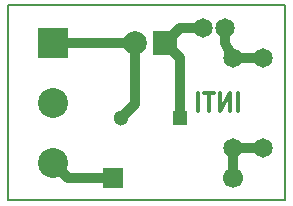
<source format=gbr>
G04 #@! TF.FileFunction,Copper,L2,Bot,Signal*
%FSLAX46Y46*%
G04 Gerber Fmt 4.6, Leading zero omitted, Abs format (unit mm)*
G04 Created by KiCad (PCBNEW 4.0.0-rc1-stable) date 11/30/2015 5:11:31 PM*
%MOMM*%
G01*
G04 APERTURE LIST*
%ADD10C,0.100000*%
%ADD11C,0.150000*%
%ADD12C,0.300000*%
%ADD13R,1.300000X1.300000*%
%ADD14C,1.300000*%
%ADD15R,2.000000X2.000000*%
%ADD16C,2.000000*%
%ADD17C,1.699260*%
%ADD18R,1.699260X1.699260*%
%ADD19R,2.540000X2.540000*%
%ADD20C,2.540000*%
%ADD21C,1.651000*%
%ADD22C,0.812800*%
G04 APERTURE END LIST*
D10*
D11*
X157480000Y-103505000D02*
X154305000Y-103505000D01*
X154305000Y-120015000D02*
X157480000Y-120015000D01*
D12*
X153479286Y-112438571D02*
X153479286Y-110938571D01*
X152765000Y-112438571D02*
X152765000Y-110938571D01*
X151907857Y-112438571D01*
X151907857Y-110938571D01*
X151407857Y-110938571D02*
X150550714Y-110938571D01*
X150979285Y-112438571D02*
X150979285Y-110938571D01*
X150050714Y-112438571D02*
X150050714Y-110938571D01*
D11*
X133985000Y-120015000D02*
X133985000Y-103505000D01*
X154305000Y-120015000D02*
X133985000Y-120015000D01*
X157480000Y-103505000D02*
X157480000Y-120015000D01*
X133985000Y-103505000D02*
X154305000Y-103505000D01*
D13*
X148590000Y-113030000D03*
D14*
X143590000Y-113030000D03*
D15*
X147320000Y-106680000D03*
D16*
X144780000Y-106680000D03*
D17*
X153035520Y-118107460D03*
D18*
X142875520Y-118107460D03*
D19*
X137795000Y-106680000D03*
D20*
X137795000Y-111760000D03*
X137795000Y-116840000D03*
D21*
X153035000Y-107950000D03*
X153035000Y-115570000D03*
X155575000Y-107950000D03*
X155575000Y-115570000D03*
X152400000Y-105410000D03*
X150495000Y-105410000D03*
D22*
X153035000Y-107950000D02*
X155575000Y-107950000D01*
X147320000Y-106680000D02*
X148590000Y-105410000D01*
X152400000Y-105410000D02*
X152400000Y-106680000D01*
X152400000Y-106680000D02*
X153035000Y-107950000D01*
X148590000Y-105410000D02*
X150495000Y-105410000D01*
X147320000Y-106680000D02*
X148590000Y-107950000D01*
X148590000Y-107950000D02*
X148590000Y-113030000D01*
X137795000Y-106680000D02*
X144780000Y-106680000D01*
X144780000Y-106680000D02*
X144780000Y-111840000D01*
X144780000Y-111840000D02*
X143590000Y-113030000D01*
X153035000Y-115570000D02*
X155575000Y-115570000D01*
X153035520Y-118107460D02*
X153035000Y-118106940D01*
X153035000Y-118106940D02*
X153035000Y-115570000D01*
X137795000Y-116840000D02*
X139062460Y-118107460D01*
X139062460Y-118107460D02*
X142875520Y-118107460D01*
M02*

</source>
